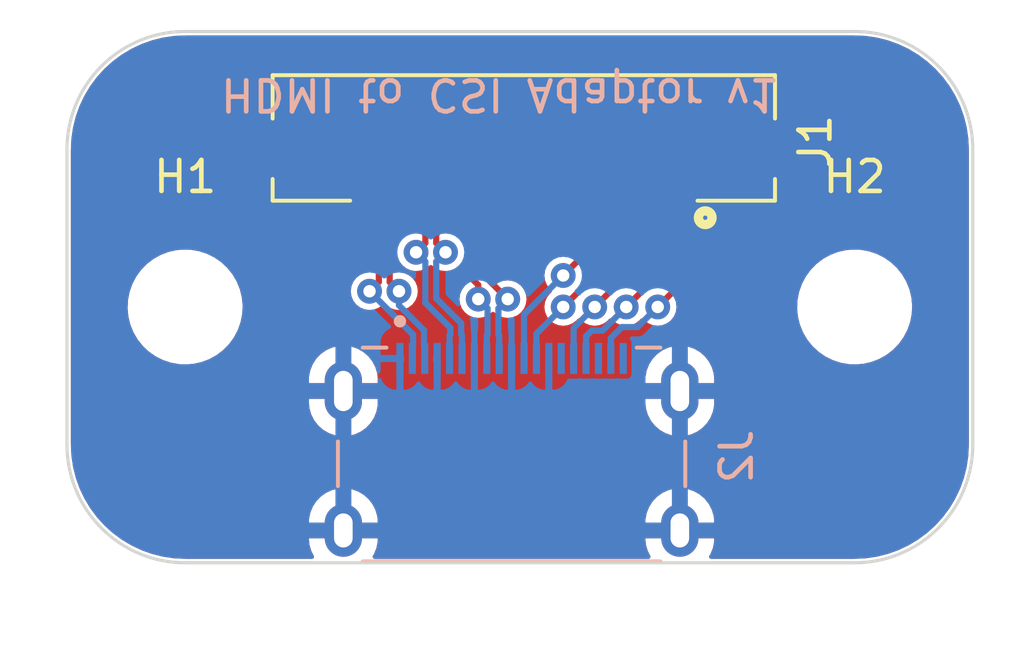
<source format=kicad_pcb>
(kicad_pcb (version 20211014) (generator pcbnew)
  (title_block (title "HDMI to CSI Reveresed.") (date "2022-11-29") (rev "1.0") (company "Rose Rocketry") (comment 1 "Authors: Evelyn Gordon, Jake Armstrong"))
  (layers (0 "F.Cu" signal) (31 "B.Cu" signal) (34 "B.Paste" user) (35 "F.Paste" user) (36 "B.SilkS" user "B.Silkscreen") (37 "F.SilkS" user "F.Silkscreen") (38 "B.Mask" user) (39 "F.Mask" user) (44 "Edge.Cuts" user))
  (net 0 "")
  (net 1 "/CAM_3V3")
  (net 2 "/CAM_SDA")
  (net 3 "/CAM_SCL")
  (net 4 "/CAM_GND")
  (net 5 "/GPIO1")
  (net 6 "/GPIO0")
  (net 11 "/DC-")
  (net 12 "/DC+")
  (net 13 "/D1-")
  (net 14 "/D1+")
  (net 15 "/D0-")
  (net 16 "/D0+")
  (footprint "MountingHole:MountingHole_3.2mm_M3" (layer "F.Cu") (at 134.103 105.6285)
    (fp_text reference "H1" (at 0 -4.2) (layer "F.SilkS"))
    (fp_text value "MountingHole")
    (pad "" np_thru_hole circle locked (at 0 0) (size 3.2 3.2) (drill 3.2) (layers *.Cu *.Mask))
  )
  (footprint "MountingHole:MountingHole_3.2mm_M3" (layer "F.Cu") (at 155.693 105.6285)
    (fp_text reference "H2" (at 0 -4.2) (layer "F.SilkS"))
    (fp_text value "MountingHole")
    (pad "" np_thru_hole circle locked (at 0 0) (size 3.2 3.2) (drill 3.2) (layers *.Cu *.Mask))
  )
  (footprint "custom-footprints:MOLEX 22 Pin FPC 54548-2271" (layer "F.Cu") (at 145.025 102.4485 180)
    (fp_text reference "J1" (at -9.398 2.154 90 unlocked) (layer "F.SilkS"))
    (fp_text value "~")
    (fp_line (start 8.1 0.25) (end 8.1 0.95) (layer "F.SilkS") (width 0.127))
    (fp_line (start 5.6 0.25) (end 8.1 0.25) (layer "F.SilkS") (width 0.127))
    (fp_line (start -5.6 0.25) (end -8.1 0.25) (layer "F.SilkS") (width 0.127))
    (fp_line (start -8.1 0.25) (end -8.1 0.95) (layer "F.SilkS") (width 0.127))
    (fp_line (start -8.1 4.3) (end -8.1 2.9) (layer "F.SilkS") (width 0.127))
    (fp_line (start 8.1 4.3) (end -8.1 4.3) (layer "F.SilkS") (width 0.127))
    (fp_line (start 8.1 2.9) (end 8.1 4.3) (layer "F.SilkS") (width 0.127))
    (fp_circle (center -5.85 -0.3) (end -5.779291 -0.3) (layer "F.SilkS") (width 0.3) (fill none))
    (pad "1" smd rect (at -5.25 0 270) (size 1 0.3) (layers "F.Cu" "F.Paste" "F.Mask") (net 1 "/CAM_3V3") (clearance 0.15))
    (pad "2" smd rect (at -4.75 0 270) (size 1 0.3) (layers "F.Cu" "F.Paste" "F.Mask") (net 2 "/CAM_SDA") (clearance 0.15))
    (pad "3" smd rect (at -4.25 0 270) (size 1 0.3) (layers "F.Cu" "F.Paste" "F.Mask") (net 3 "/CAM_SCL") (clearance 0.15))
    (pad "4" smd rect (at -3.75 0 270) (size 1 0.3) (layers "F.Cu" "F.Paste" "F.Mask") (net 4 "/CAM_GND") (clearance 0.15))
    (pad "5" smd rect (at -3.25 0 270) (size 1 0.3) (layers "F.Cu" "F.Paste" "F.Mask") (net 5 "/GPIO1") (clearance 0.15))
    (pad "6" smd rect (at -2.75 0 270) (size 1 0.3) (layers "F.Cu" "F.Paste" "F.Mask") (net 6 "/GPIO0") (clearance 0.15))
    (pad "7" smd rect (at -2.25 0 270) (size 1 0.3) (layers "F.Cu" "F.Paste" "F.Mask") (net 4 "/CAM_GND") (clearance 0.15))
    (pad "8" smd rect (at -1.75 0 270) (size 1 0.3) (layers "F.Cu" "F.Paste" "F.Mask") (clearance 0.15))
    (pad "9" smd rect (at -1.25 0 270) (size 1 0.3) (layers "F.Cu" "F.Paste" "F.Mask") (clearance 0.15))
    (pad "10" smd rect (at -0.75 0 270) (size 1 0.3) (layers "F.Cu" "F.Paste" "F.Mask") (net 4 "/CAM_GND") (clearance 0.15))
    (pad "11" smd rect (at -0.25 0 270) (size 1 0.3) (layers "F.Cu" "F.Paste" "F.Mask") (clearance 0.15))
    (pad "12" smd rect (at 0.25 0 270) (size 1 0.3) (layers "F.Cu" "F.Paste" "F.Mask") (clearance 0.15))
    (pad "13" smd rect (at 0.75 0 270) (size 1 0.3) (layers "F.Cu" "F.Paste" "F.Mask") (net 4 "/CAM_GND") (clearance 0.15))
    (pad "14" smd rect (at 1.25 0 270) (size 1 0.3) (layers "F.Cu" "F.Paste" "F.Mask") (net 11 "/DC-") (clearance 0.15))
    (pad "15" smd rect (at 1.75 0 270) (size 1 0.3) (layers "F.Cu" "F.Paste" "F.Mask") (net 12 "/DC+") (clearance 0.15))
    (pad "16" smd rect (at 2.25 0 270) (size 1 0.3) (layers "F.Cu" "F.Paste" "F.Mask") (net 4 "/CAM_GND") (clearance 0.15))
    (pad "17" smd rect (at 2.75 0 270) (size 1 0.3) (layers "F.Cu" "F.Paste" "F.Mask") (net 13 "/D1-") (clearance 0.15))
    (pad "18" smd rect (at 3.25 0 270) (size 1 0.3) (layers "F.Cu" "F.Paste" "F.Mask") (net 14 "/D1+") (clearance 0.15))
    (pad "19" smd rect (at 3.75 0 270) (size 1 0.3) (layers "F.Cu" "F.Paste" "F.Mask") (net 4 "/CAM_GND") (clearance 0.15))
    (pad "20" smd rect (at 4.25 0 270) (size 1 0.3) (layers "F.Cu" "F.Paste" "F.Mask") (net 15 "/D0-") (clearance 0.15))
    (pad "21" smd rect (at 4.75 0 270) (size 1 0.3) (layers "F.Cu" "F.Paste" "F.Mask") (net 16 "/D0+") (clearance 0.15))
    (pad "22" smd rect (at 5.25 0 270) (size 1 0.3) (layers "F.Cu" "F.Paste" "F.Mask") (net 4 "/CAM_GND") (clearance 0.15))
    (pad "SH" smd rect (at -7.525 1.9 270) (size 1.3 1.65) (layers "F.Cu" "F.Paste" "F.Mask") (net 4 "/CAM_GND"))
    (pad "SH" smd rect (at 7.525 1.9 270) (size 1.3 1.65) (layers "F.Cu" "F.Paste" "F.Mask") (net 4 "/CAM_GND"))
  )
  (footprint "custom-footprints:WURTH_685119136923" (layer "B.Cu") (at 144.63075 107.28975 180)
    (fp_text reference "J2" (at -7.25225 -3.16475 90) (layer "B.SilkS") (effects (justify mirror)))
    (fp_text value "~" hide)
    (fp_line (start -4.8 -6.55) (end 4.8 -6.55) (layer "B.SilkS") (width 0.127))
    (fp_line (start 4.8 0.35) (end 4.035 0.35) (layer "B.SilkS") (width 0.127))
    (fp_line (start -4.8 0.35) (end -4.035 0.35) (layer "B.SilkS") (width 0.127))
    (fp_line (start 5.6 -4.12) (end 5.6 -2.68) (layer "B.SilkS") (width 0.127))
    (fp_line (start -5.6 -4.12) (end -5.6 -2.68) (layer "B.SilkS") (width 0.127))
    (fp_circle (center 3.6 1.2) (end 3.7 1.2) (layer "B.SilkS") (width 0.2) (fill none))
    (pad "1" smd rect (at 3.6 0 180) (size 0.23 1) (layers "B.Cu" "B.Paste" "B.Mask") (net 4 "/CAM_GND") (clearance 0.15))
    (pad "2" smd rect (at 3.2 0 180) (size 0.23 1) (layers "B.Cu" "B.Paste" "B.Mask") (net 16 "/D0+") (clearance 0.15))
    (pad "3" smd rect (at 2.8 0 180) (size 0.23 1) (layers "B.Cu" "B.Paste" "B.Mask") (net 15 "/D0-") (clearance 0.15))
    (pad "4" smd rect (at 2.4 0 180) (size 0.23 1) (layers "B.Cu" "B.Paste" "B.Mask") (net 4 "/CAM_GND") (clearance 0.15))
    (pad "5" smd rect (at 2 0 180) (size 0.23 1) (layers "B.Cu" "B.Paste" "B.Mask") (net 14 "/D1+") (clearance 0.15))
    (pad "6" smd rect (at 1.6 0 180) (size 0.23 1) (layers "B.Cu" "B.Paste" "B.Mask") (net 13 "/D1-") (clearance 0.15))
    (pad "7" smd rect (at 1.2 0 180) (size 0.23 1) (layers "B.Cu" "B.Paste" "B.Mask") (net 4 "/CAM_GND") (clearance 0.15))
    (pad "8" smd rect (at 0.8 0 180) (size 0.23 1) (layers "B.Cu" "B.Paste" "B.Mask") (net 12 "/DC+") (clearance 0.15))
    (pad "9" smd rect (at 0.4 0 180) (size 0.23 1) (layers "B.Cu" "B.Paste" "B.Mask") (net 11 "/DC-") (clearance 0.15))
    (pad "10" smd rect (at 0 0 180) (size 0.23 1) (layers "B.Cu" "B.Paste" "B.Mask") (net 4 "/CAM_GND") (clearance 0.15))
    (pad "11" smd rect (at -0.4 0 180) (size 0.23 1) (layers "B.Cu" "B.Paste" "B.Mask") (net 6 "/GPIO0") (clearance 0.15))
    (pad "12" smd rect (at -0.8 0 180) (size 0.23 1) (layers "B.Cu" "B.Paste" "B.Mask") (net 5 "/GPIO1") (clearance 0.15))
    (pad "13" smd rect (at -1.2 0 180) (size 0.23 1) (layers "B.Cu" "B.Paste" "B.Mask") (net 4 "/CAM_GND") (clearance 0.15))
    (pad "14" smd rect (at -1.6 0 180) (size 0.23 1) (layers "B.Cu" "B.Paste" "B.Mask") (clearance 0.15))
    (pad "15" smd rect (at -2 0 180) (size 0.23 1) (layers "B.Cu" "B.Paste" "B.Mask") (net 3 "/CAM_SCL") (clearance 0.15))
    (pad "16" smd rect (at -2.4 0 180) (size 0.23 1) (layers "B.Cu" "B.Paste" "B.Mask") (net 2 "/CAM_SDA") (clearance 0.15))
    (pad "17" smd rect (at -2.8 0 180) (size 0.23 1) (layers "B.Cu" "B.Paste" "B.Mask") (clearance 0.15))
    (pad "18" smd rect (at -3.2 0 180) (size 0.23 1) (layers "B.Cu" "B.Paste" "B.Mask") (net 1 "/CAM_3V3") (clearance 0.15))
    (pad "19" smd rect (at -3.6 0 180) (size 0.23 1) (layers "B.Cu" "B.Paste" "B.Mask") (clearance 0.15))
    (pad "SH" thru_hole oval (at -5.425 -1.05 180) (size 1.2 1.9) (drill oval 0.6 1.3) (layers *.Cu *.Mask) (net 4 "/CAM_GND"))
    (pad "SH" thru_hole oval (at 5.425 -5.55 180) (size 1.2 1.7) (drill oval 0.6 1.1) (layers *.Cu *.Mask) (net 4 "/CAM_GND"))
    (pad "SH" thru_hole oval (at -5.425 -5.55 180) (size 1.2 1.7) (drill oval 0.6 1.1) (layers *.Cu *.Mask) (net 4 "/CAM_GND"))
    (pad "SH" thru_hole oval (at 5.425 -1.05 180) (size 1.2 1.9) (drill oval 0.6 1.3) (layers *.Cu *.Mask) (net 4 "/CAM_GND"))
  )
  (gr_line (start 142.993 96.7385) (end 155.693 96.7385) (layer "Edge.Cuts") (width 0.1))
  (gr_arc (start 155.693 96.7385) (mid 158.387077 97.854423) (end 159.503 100.5485) (layer "Edge.Cuts") (width 0.1))
  (gr_line (start 142.993 96.7385) (end 134.103 96.7385) (layer "Edge.Cuts") (width 0.1))
  (gr_line (start 130.293 100.5485) (end 130.293 110.0735) (layer "Edge.Cuts") (width 0.1))
  (gr_arc (start 159.503 110.0735) (mid 158.387077 112.767577) (end 155.693 113.8835) (layer "Edge.Cuts") (width 0.1))
  (gr_line (start 134.103 113.8835) (end 155.693 113.8835) (layer "Edge.Cuts") (width 0.1))
  (gr_arc (start 134.103 113.8835) (mid 131.408923 112.767577) (end 130.293 110.0735) (layer "Edge.Cuts") (width 0.1))
  (gr_arc (start 130.293 100.5485) (mid 131.408923 97.854423) (end 134.103 96.7385) (layer "Edge.Cuts") (width 0.1))
  (gr_line (start 159.503 110.0735) (end 159.503 100.5485) (layer "Edge.Cuts") (width 0.1))
  (gr_text "HDMI to CSI Adaptor v1" (at 144.263 98.7705 180) (layer "B.SilkS") (effects (font (size 1 1)) (justify mirror)))
  (segment (start 150.275 104.6965) (end 150.275 102.4485) (width 0.2) (layer "F.Cu") (net 1))
  (segment (start 149.343 105.6285) (end 150.275 104.6965) (width 0.2) (layer "F.Cu") (net 1))
  (via (at 149.343 105.6285) (size 0.8) (drill 0.4) (layers "F.Cu" "B.Cu") (net 1))
  (segment (start 147.83075 106.63275) (end 148.185489 106.278011) (width 0.2) (layer "B.Cu") (net 1))
  (segment (start 148.693489 106.278011) (end 149.343 105.6285) (width 0.2) (layer "B.Cu") (net 1))
  (segment (start 147.83075 107.28975) (end 147.83075 106.63275) (width 0.2) (layer "B.Cu") (net 1))
  (segment (start 148.185489 106.278011) (end 148.693489 106.278011) (width 0.2) (layer "B.Cu") (net 1))
  (segment (start 149.775 104.1805) (end 149.775 102.4485) (width 0.2) (layer "F.Cu") (net 2))
  (segment (start 148.327 105.6285) (end 149.775 104.1805) (width 0.2) (layer "F.Cu") (net 2))
  (via (at 148.327 105.6285) (size 0.8) (drill 0.4) (layers "F.Cu" "B.Cu") (net 2))
  (segment (start 147.215978 106.3905) (end 147.565 106.3905) (width 0.2) (layer "B.Cu") (net 2))
  (segment (start 147.565 106.3905) (end 148.327 105.6285) (width 0.2) (layer "B.Cu") (net 2))
  (segment (start 147.03075 107.28975) (end 147.03075 106.575728) (width 0.2) (layer "B.Cu") (net 2))
  (segment (start 147.03075 106.575728) (end 147.215978 106.3905) (width 0.2) (layer "B.Cu") (net 2))
  (segment (start 149.275 103.6645) (end 147.311 105.6285) (width 0.2) (layer "F.Cu") (net 3))
  (segment (start 149.275 102.4485) (end 149.275 103.6645) (width 0.2) (layer "F.Cu") (net 3))
  (via (at 147.311 105.6285) (size 0.8) (drill 0.4) (layers "F.Cu" "B.Cu") (net 3))
  (segment (start 147.311 105.6285) (end 146.63075 106.30875) (width 0.2) (layer "B.Cu") (net 3))
  (segment (start 146.63075 106.30875) (end 146.63075 107.28975) (width 0.2) (layer "B.Cu") (net 3))
  (segment (start 146.295 105.6285) (end 148.275 103.6485) (width 0.2) (layer "F.Cu") (net 5))
  (segment (start 148.275 103.6485) (end 148.275 102.4485) (width 0.2) (layer "F.Cu") (net 5))
  (via (at 146.295 105.6285) (size 0.8) (drill 0.4) (layers "F.Cu" "B.Cu") (net 5))
  (segment (start 145.43075 107.28975) (end 145.43075 106.49275) (width 0.2) (layer "B.Cu") (net 5))
  (segment (start 145.43075 106.49275) (end 146.295 105.6285) (width 0.2) (layer "B.Cu") (net 5))
  (segment (start 147.775 102.4485) (end 147.775 103.1325) (width 0.2) (layer "F.Cu") (net 6))
  (segment (start 147.775 103.1325) (end 146.295 104.6125) (width 0.2) (layer "F.Cu") (net 6))
  (via (at 146.295 104.6125) (size 0.8) (drill 0.4) (layers "F.Cu" "B.Cu") (net 6))
  (segment (start 145.03075 105.87675) (end 145.03075 107.28975) (width 0.2) (layer "B.Cu") (net 6))
  (segment (start 146.295 104.6125) (end 145.03075 105.87675) (width 0.2) (layer "B.Cu") (net 6))
  (segment (start 143.7 103.273501) (end 143.775 103.198501) (width 0.2) (layer "F.Cu") (net 11))
  (segment (start 143.7 104.56875) (end 143.7 103.273501) (width 0.2) (layer "F.Cu") (net 11))
  (segment (start 144.50575 105.3745) (end 143.7 104.56875) (width 0.2) (layer "F.Cu") (net 11))
  (segment (start 143.775 103.198501) (end 143.775 102.4485) (width 0.2) (layer "F.Cu") (net 11))
  (via (at 144.50575 105.3745) (size 0.8) (drill 0.4) (layers "F.Cu" "B.Cu") (net 11))
  (segment (start 144.23075 107.28975) (end 144.23075 106.539749) (width 0.2) (layer "B.Cu") (net 11))
  (segment (start 144.23075 106.539749) (end 144.20575 106.514749) (width 0.2) (layer "B.Cu") (net 11))
  (segment (start 144.20575 105.6745) (end 144.50575 105.3745) (width 0.2) (layer "B.Cu") (net 11))
  (segment (start 144.20575 106.514749) (end 144.20575 105.6745) (width 0.2) (layer "B.Cu") (net 11))
  (segment (start 143.35 104.713725) (end 143.35 103.273501) (width 0.2) (layer "F.Cu") (net 12))
  (segment (start 143.275 103.198501) (end 143.275 102.4485) (width 0.2) (layer "F.Cu") (net 12))
  (segment (start 143.55575 104.919475) (end 143.35 104.713725) (width 0.2) (layer "F.Cu") (net 12))
  (segment (start 143.55575 105.3745) (end 143.55575 104.919475) (width 0.2) (layer "F.Cu") (net 12))
  (segment (start 143.35 103.273501) (end 143.275 103.198501) (width 0.2) (layer "F.Cu") (net 12))
  (via (at 143.55575 105.3745) (size 0.8) (drill 0.4) (layers "F.Cu" "B.Cu") (net 12))
  (segment (start 143.83075 107.28975) (end 143.83075 106.539749) (width 0.2) (layer "B.Cu") (net 12))
  (segment (start 143.85575 106.514749) (end 143.85575 105.6745) (width 0.2) (layer "B.Cu") (net 12))
  (segment (start 143.85575 105.6745) (end 143.55575 105.3745) (width 0.2) (layer "B.Cu") (net 12))
  (segment (start 143.83075 106.539749) (end 143.85575 106.514749) (width 0.2) (layer "B.Cu") (net 12))
  (segment (start 142.275 103.198501) (end 142.2 103.273501) (width 0.2) (layer "F.Cu") (net 13))
  (segment (start 142.275 102.4485) (end 142.275 103.198501) (width 0.2) (layer "F.Cu") (net 13))
  (segment (start 142.2 103.273501) (end 142.2 103.563436) (width 0.2) (layer "F.Cu") (net 13))
  (segment (start 142.2 103.563436) (end 142.5 103.863436) (width 0.2) (layer "F.Cu") (net 13))
  (via (at 142.5 103.863436) (size 0.8) (drill 0.4) (layers "F.Cu" "B.Cu") (net 13))
  (segment (start 143.03075 106.539749) (end 143.03075 107.28975) (width 0.2) (layer "B.Cu") (net 13))
  (segment (start 143.00575 106.155762) (end 143.00575 106.514749) (width 0.2) (layer "B.Cu") (net 13))
  (segment (start 142.2 105.350012) (end 143.00575 106.155762) (width 0.2) (layer "B.Cu") (net 13))
  (segment (start 143.00575 106.514749) (end 143.03075 106.539749) (width 0.2) (layer "B.Cu") (net 13))
  (segment (start 142.5 103.863436) (end 142.2 104.163436) (width 0.2) (layer "B.Cu") (net 13))
  (segment (start 142.2 104.163436) (end 142.2 105.350012) (width 0.2) (layer "B.Cu") (net 13))
  (segment (start 141.775 102.4485) (end 141.775 103.198501) (width 0.2) (layer "F.Cu") (net 14))
  (segment (start 141.85 103.273501) (end 141.85 103.563436) (width 0.2) (layer "F.Cu") (net 14))
  (segment (start 141.85 103.563436) (end 141.55 103.863436) (width 0.2) (layer "F.Cu") (net 14))
  (segment (start 141.775 103.198501) (end 141.85 103.273501) (width 0.2) (layer "F.Cu") (net 14))
  (via (at 141.55 103.863436) (size 0.8) (drill 0.4) (layers "F.Cu" "B.Cu") (net 14))
  (segment (start 142.65575 106.300738) (end 142.65575 106.514749) (width 0.2) (layer "B.Cu") (net 14))
  (segment (start 141.85 105.494988) (end 142.65575 106.300738) (width 0.2) (layer "B.Cu") (net 14))
  (segment (start 141.55 103.863436) (end 141.85 104.163436) (width 0.2) (layer "B.Cu") (net 14))
  (segment (start 142.63075 106.539749) (end 142.63075 107.28975) (width 0.2) (layer "B.Cu") (net 14))
  (segment (start 141.85 104.163436) (end 141.85 105.494988) (width 0.2) (layer "B.Cu") (net 14))
  (segment (start 142.65575 106.514749) (end 142.63075 106.539749) (width 0.2) (layer "B.Cu") (net 14))
  (segment (start 140.7 104.8205) (end 141 105.1205) (width 0.2) (layer "F.Cu") (net 15))
  (segment (start 140.7 103.273501) (end 140.7 104.8205) (width 0.2) (layer "F.Cu") (net 15))
  (segment (start 140.775 102.4485) (end 140.775 103.198501) (width 0.2) (layer "F.Cu") (net 15))
  (segment (start 140.775 103.198501) (end 140.7 103.273501) (width 0.2) (layer "F.Cu") (net 15))
  (via (at 141 105.1205) (size 0.8) (drill 0.4) (layers "F.Cu" "B.Cu") (net 15))
  (segment (start 141.80575 106.381275) (end 141.80575 106.87975) (width 0.2) (layer "B.Cu") (net 15))
  (segment (start 141 105.1205) (end 141 105.575525) (width 0.2) (layer "B.Cu") (net 15))
  (segment (start 141.80575 106.87975) (end 141.83075 106.90475) (width 0.2) (layer "B.Cu") (net 15))
  (segment (start 141 105.575525) (end 141.80575 106.381275) (width 0.2) (layer "B.Cu") (net 15))
  (segment (start 140.35 103.273501) (end 140.35 104.8205) (width 0.2) (layer "F.Cu") (net 16))
  (segment (start 140.275 103.198501) (end 140.35 103.273501) (width 0.2) (layer "F.Cu") (net 16))
  (segment (start 140.35 104.8205) (end 140.05 105.1205) (width 0.2) (layer "F.Cu") (net 16))
  (segment (start 140.275 102.4485) (end 140.275 103.198501) (width 0.2) (layer "F.Cu") (net 16))
  (via (at 140.05 105.1205) (size 0.8) (drill 0.4) (layers "F.Cu" "B.Cu") (net 16))
  (segment (start 141.45575 106.52625) (end 141.45575 106.87975) (width 0.2) (layer "B.Cu") (net 16))
  (segment (start 141.45575 106.87975) (end 141.43075 106.90475) (width 0.2) (layer "B.Cu") (net 16))
  (segment (start 140.05 105.1205) (end 141.45575 106.52625) (width 0.2) (layer "B.Cu") (net 16))
  (zone (net 4) (net_name "/CAM_GND") (layers F&B.Cu) (connect_pads (clearance 0.127)) (min_thickness 0.127) (fill yes (thermal_gap 0.508) (thermal_bridge_width 0.508))
    (polygon (pts (xy 161.154 95.7225) (xy 161.154 116.6775) (xy 128.134 116.6775) (xy 128.134 95.7225)))
  )
)
</source>
